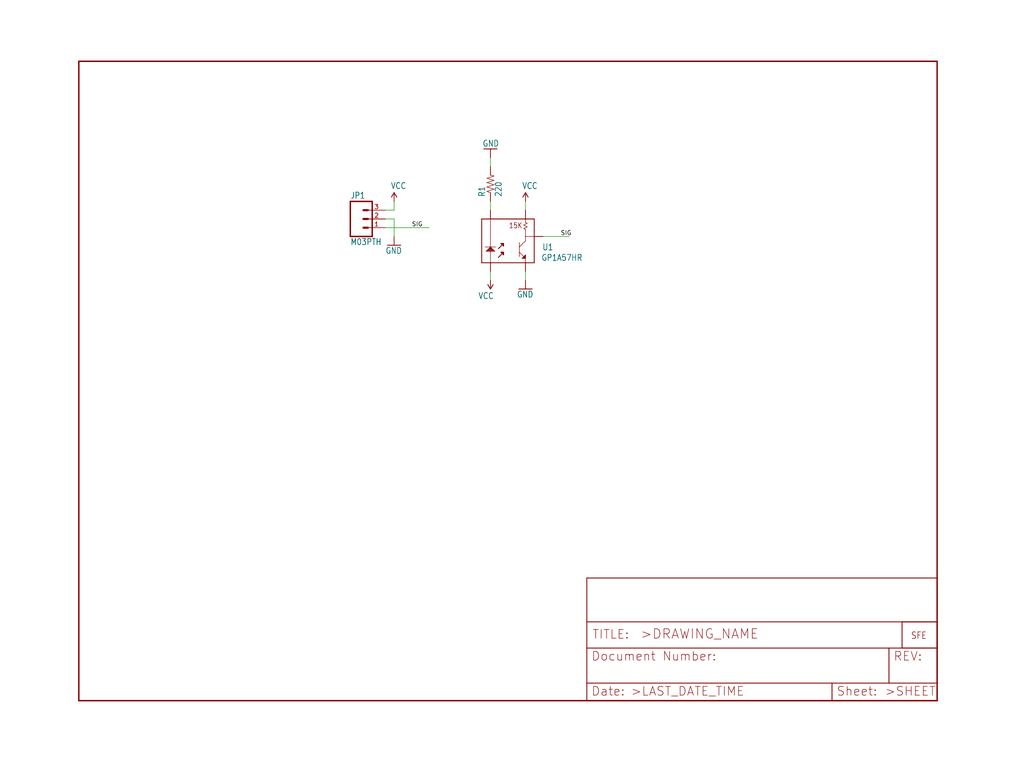
<source format=kicad_sch>
(kicad_sch (version 20211123) (generator eeschema)
  (paper "User" 297.002 223.926)
  (lib_symbols
    (symbol "eagleSchem-eagle-import:FRAME-LETTER"
      (symbol "FRAME-LETTER_1_0"
        (polyline (pts (xy 0 0) (xy 248.92 0)) (stroke (width 0.4064)))
        (polyline (pts (xy 0 185.42) (xy 0 0)) (stroke (width 0.4064)))
        (polyline (pts (xy 0 185.42) (xy 248.92 185.42)) (stroke (width 0.4064)))
        (polyline (pts (xy 248.92 185.42) (xy 248.92 0)) (stroke (width 0.4064)))
      )
      (symbol "FRAME-LETTER_2_0"
        (polyline (pts (xy 0 0) (xy 0 5.08)) (stroke (width 0.254)))
        (polyline (pts (xy 0 0) (xy 71.12 0)) (stroke (width 0.254)))
        (polyline (pts (xy 0 5.08) (xy 0 15.24)) (stroke (width 0.254)))
        (polyline (pts (xy 0 5.08) (xy 71.12 5.08)) (stroke (width 0.254)))
        (polyline (pts (xy 0 15.24) (xy 0 22.86)) (stroke (width 0.254)))
        (polyline (pts (xy 0 22.86) (xy 0 35.56)) (stroke (width 0.254)))
        (polyline (pts (xy 0 22.86) (xy 101.6 22.86)) (stroke (width 0.254)))
        (polyline (pts (xy 71.12 0) (xy 101.6 0)) (stroke (width 0.254)))
        (polyline (pts (xy 71.12 5.08) (xy 71.12 0)) (stroke (width 0.254)))
        (polyline (pts (xy 71.12 5.08) (xy 87.63 5.08)) (stroke (width 0.254)))
        (polyline (pts (xy 87.63 5.08) (xy 101.6 5.08)) (stroke (width 0.254)))
        (polyline (pts (xy 87.63 15.24) (xy 0 15.24)) (stroke (width 0.254)))
        (polyline (pts (xy 87.63 15.24) (xy 87.63 5.08)) (stroke (width 0.254)))
        (polyline (pts (xy 101.6 5.08) (xy 101.6 0)) (stroke (width 0.254)))
        (polyline (pts (xy 101.6 15.24) (xy 87.63 15.24)) (stroke (width 0.254)))
        (polyline (pts (xy 101.6 15.24) (xy 101.6 5.08)) (stroke (width 0.254)))
        (polyline (pts (xy 101.6 22.86) (xy 101.6 15.24)) (stroke (width 0.254)))
        (polyline (pts (xy 101.6 35.56) (xy 0 35.56)) (stroke (width 0.254)))
        (polyline (pts (xy 101.6 35.56) (xy 101.6 22.86)) (stroke (width 0.254)))
        (text ">DRAWING_NAME" (at 15.494 17.78 0) (effects (font (size 2.7432 2.7432)) (justify left bottom)))
        (text ">LAST_DATE_TIME" (at 12.7 1.27 0) (effects (font (size 2.54 2.54)) (justify left bottom)))
        (text ">SHEET" (at 86.36 1.27 0) (effects (font (size 2.54 2.54)) (justify left bottom)))
        (text "Date:" (at 1.27 1.27 0) (effects (font (size 2.54 2.54)) (justify left bottom)))
        (text "Document Number:" (at 1.27 11.43 0) (effects (font (size 2.54 2.54)) (justify left bottom)))
        (text "REV:" (at 88.9 11.43 0) (effects (font (size 2.54 2.54)) (justify left bottom)))
        (text "Sheet:" (at 72.39 1.27 0) (effects (font (size 2.54 2.54)) (justify left bottom)))
        (text "TITLE:" (at 1.524 17.78 0) (effects (font (size 2.54 2.54)) (justify left bottom)))
      )
    )
    (symbol "eagleSchem-eagle-import:GND" (power)
      (property "Value" "GND" (at -2.54 -2.54 0))
      (symbol "GND_1_0"
        (polyline (pts (xy -1.905 0) (xy 1.905 0)) (stroke (width 0.254)))
        (pin power_in line (at 0 2.54 270) (length 2.54) (name "GND") (number "1"))
      )
    )
    (symbol "eagleSchem-eagle-import:GP1A57HR"
      (property "Value" "GP1A57HR" (at 7.874 0 0))
      (symbol "GP1A57HR_1_0"
        (polyline (pts (xy -7.62 -2.54) (xy -7.62 10.16)) (stroke (width 0.254)))
        (polyline (pts (xy -7.62 10.16) (xy 5.08 10.16)) (stroke (width 0.254)))
        (polyline (pts (xy -6.096 0.889) (xy -4.064 0.889)) (stroke (width 0.1524)))
        (polyline (pts (xy -6.096 1.016) (xy -6.35 0.762)) (stroke (width 0.1524)))
        (polyline (pts (xy -5.842 1.27) (xy -6.096 1.016)) (stroke (width 0.1524)))
        (polyline (pts (xy -5.842 1.27) (xy -4.318 1.27)) (stroke (width 0.1524)))
        (polyline (pts (xy -5.588 1.397) (xy -4.572 1.397)) (stroke (width 0.1524)))
        (polyline (pts (xy -5.588 1.524) (xy -5.842 1.27)) (stroke (width 0.1524)))
        (polyline (pts (xy -5.334 1.778) (xy -5.588 1.524)) (stroke (width 0.1524)))
        (polyline (pts (xy -5.334 1.778) (xy -4.826 1.778)) (stroke (width 0.1524)))
        (polyline (pts (xy -5.207 1.905) (xy -5.334 1.778)) (stroke (width 0.1524)))
        (polyline (pts (xy -5.207 1.905) (xy -4.953 1.905)) (stroke (width 0.1524)))
        (polyline (pts (xy -5.08 -2.54) (xy -7.62 -2.54)) (stroke (width 0.254)))
        (polyline (pts (xy -5.08 -2.54) (xy -5.08 0.762)) (stroke (width 0.1524)))
        (polyline (pts (xy -5.08 0.762) (xy -6.35 0.762)) (stroke (width 0.1524)))
        (polyline (pts (xy -5.08 2.032) (xy -6.604 2.032)) (stroke (width 0.1524)))
        (polyline (pts (xy -5.08 2.032) (xy -5.207 1.905)) (stroke (width 0.1524)))
        (polyline (pts (xy -5.08 2.032) (xy -5.08 10.16)) (stroke (width 0.1524)))
        (polyline (pts (xy -4.953 1.905) (xy -5.08 2.032)) (stroke (width 0.1524)))
        (polyline (pts (xy -4.826 1.651) (xy -5.334 1.651)) (stroke (width 0.1524)))
        (polyline (pts (xy -4.826 1.778) (xy -4.953 1.905)) (stroke (width 0.1524)))
        (polyline (pts (xy -4.572 1.524) (xy -5.588 1.524)) (stroke (width 0.1524)))
        (polyline (pts (xy -4.572 1.524) (xy -4.826 1.778)) (stroke (width 0.1524)))
        (polyline (pts (xy -4.318 1.143) (xy -5.842 1.143)) (stroke (width 0.1524)))
        (polyline (pts (xy -4.318 1.27) (xy -4.572 1.524)) (stroke (width 0.1524)))
        (polyline (pts (xy -4.064 1.016) (xy -6.096 1.016)) (stroke (width 0.1524)))
        (polyline (pts (xy -4.064 1.016) (xy -4.318 1.27)) (stroke (width 0.1524)))
        (polyline (pts (xy -3.81 0.762) (xy -5.08 0.762)) (stroke (width 0.1524)))
        (polyline (pts (xy -3.81 0.762) (xy -4.064 1.016)) (stroke (width 0.1524)))
        (polyline (pts (xy -3.556 2.032) (xy -5.08 2.032)) (stroke (width 0.1524)))
        (polyline (pts (xy -2.794 -1.016) (xy -1.778 0)) (stroke (width 0.254)))
        (polyline (pts (xy -2.794 1.524) (xy -1.778 2.54)) (stroke (width 0.254)))
        (polyline (pts (xy -2.032 0.508) (xy -1.27 -0.254)) (stroke (width 0.254)))
        (polyline (pts (xy -2.032 3.048) (xy -1.27 2.286)) (stroke (width 0.254)))
        (polyline (pts (xy -1.778 0.508) (xy -2.032 0.508)) (stroke (width 0.254)))
        (polyline (pts (xy -1.778 0.508) (xy -1.27 0)) (stroke (width 0.254)))
        (polyline (pts (xy -1.778 3.048) (xy -2.032 3.048)) (stroke (width 0.254)))
        (polyline (pts (xy -1.778 3.048) (xy -1.27 2.54)) (stroke (width 0.254)))
        (polyline (pts (xy -1.524 0.508) (xy -1.778 0.508)) (stroke (width 0.254)))
        (polyline (pts (xy -1.524 0.508) (xy -1.27 0.254)) (stroke (width 0.254)))
        (polyline (pts (xy -1.524 3.048) (xy -1.778 3.048)) (stroke (width 0.254)))
        (polyline (pts (xy -1.524 3.048) (xy -1.27 2.794)) (stroke (width 0.254)))
        (polyline (pts (xy -1.27 -0.254) (xy -1.27 0)) (stroke (width 0.254)))
        (polyline (pts (xy -1.27 0) (xy -1.27 0.254)) (stroke (width 0.254)))
        (polyline (pts (xy -1.27 0.254) (xy -1.27 0.508)) (stroke (width 0.254)))
        (polyline (pts (xy -1.27 0.508) (xy -1.524 0.508)) (stroke (width 0.254)))
        (polyline (pts (xy -1.27 2.286) (xy -1.27 2.54)) (stroke (width 0.254)))
        (polyline (pts (xy -1.27 2.54) (xy -1.27 2.794)) (stroke (width 0.254)))
        (polyline (pts (xy -1.27 2.794) (xy -1.27 3.048)) (stroke (width 0.254)))
        (polyline (pts (xy -1.27 3.048) (xy -1.524 3.048)) (stroke (width 0.254)))
        (polyline (pts (xy 3.302 0.508) (xy 3.302 -0.762)) (stroke (width 0.1524)))
        (polyline (pts (xy 3.302 0.508) (xy 4.572 -0.762)) (stroke (width 0.1524)))
        (polyline (pts (xy 3.302 2.032) (xy 3.302 0.508)) (stroke (width 0.1524)))
        (polyline (pts (xy 3.302 2.032) (xy 5.08 3.81)) (stroke (width 0.1524)))
        (polyline (pts (xy 3.302 3.302) (xy 3.302 2.032)) (stroke (width 0.1524)))
        (polyline (pts (xy 4.064 -1.27) (xy 4.191 -1.27)) (stroke (width 0.1524)))
        (polyline (pts (xy 4.191 -1.27) (xy 4.318 -1.27)) (stroke (width 0.1524)))
        (polyline (pts (xy 4.318 -1.27) (xy 4.445 -1.27)) (stroke (width 0.1524)))
        (polyline (pts (xy 4.445 -1.27) (xy 4.572 -1.27)) (stroke (width 0.1524)))
        (polyline (pts (xy 4.572 -1.27) (xy 4.699 -1.27)) (stroke (width 0.1524)))
        (polyline (pts (xy 4.572 7.366) (xy 5.08 7.112)) (stroke (width 0.1524)))
        (polyline (pts (xy 4.572 8.382) (xy 5.588 7.874)) (stroke (width 0.1524)))
        (polyline (pts (xy 4.699 -1.27) (xy 4.826 -1.27)) (stroke (width 0.1524)))
        (polyline (pts (xy 4.826 -1.27) (xy 5.08 -1.27)) (stroke (width 0.1524)))
        (polyline (pts (xy 4.953 -1.143) (xy 4.826 -1.27)) (stroke (width 0.1524)))
        (polyline (pts (xy 4.953 -1.016) (xy 4.826 -1.143)) (stroke (width 0.1524)))
        (polyline (pts (xy 4.953 -0.889) (xy 4.699 -1.143)) (stroke (width 0.1524)))
        (polyline (pts (xy 4.953 -0.762) (xy 4.572 -1.143)) (stroke (width 0.1524)))
        (polyline (pts (xy 4.953 -0.635) (xy 4.445 -1.143)) (stroke (width 0.1524)))
        (polyline (pts (xy 4.953 -0.508) (xy 4.318 -1.143)) (stroke (width 0.1524)))
        (polyline (pts (xy 5.08 -2.54) (xy -5.08 -2.54)) (stroke (width 0.254)))
        (polyline (pts (xy 5.08 -2.54) (xy 5.08 -1.27)) (stroke (width 0.1524)))
        (polyline (pts (xy 5.08 -1.27) (xy 5.08 -1.016)) (stroke (width 0.1524)))
        (polyline (pts (xy 5.08 -1.016) (xy 4.826 -1.27)) (stroke (width 0.1524)))
        (polyline (pts (xy 5.08 -1.016) (xy 5.08 -0.889)) (stroke (width 0.1524)))
        (polyline (pts (xy 5.08 -0.889) (xy 4.699 -1.27)) (stroke (width 0.1524)))
        (polyline (pts (xy 5.08 -0.889) (xy 5.08 -0.762)) (stroke (width 0.1524)))
        (polyline (pts (xy 5.08 -0.762) (xy 4.572 -1.27)) (stroke (width 0.1524)))
        (polyline (pts (xy 5.08 -0.762) (xy 5.08 -0.635)) (stroke (width 0.1524)))
        (polyline (pts (xy 5.08 -0.635) (xy 4.445 -1.27)) (stroke (width 0.1524)))
        (polyline (pts (xy 5.08 -0.635) (xy 5.08 -0.508)) (stroke (width 0.1524)))
        (polyline (pts (xy 5.08 -0.508) (xy 4.318 -1.27)) (stroke (width 0.1524)))
        (polyline (pts (xy 5.08 -0.508) (xy 5.08 -0.381)) (stroke (width 0.1524)))
        (polyline (pts (xy 5.08 -0.381) (xy 4.191 -1.27)) (stroke (width 0.1524)))
        (polyline (pts (xy 5.08 -0.381) (xy 5.08 -0.254)) (stroke (width 0.1524)))
        (polyline (pts (xy 5.08 -0.254) (xy 4.064 -1.27)) (stroke (width 0.1524)))
        (polyline (pts (xy 5.08 5.08) (xy 5.08 3.81)) (stroke (width 0.1524)))
        (polyline (pts (xy 5.08 5.08) (xy 7.62 5.08)) (stroke (width 0.1524)))
        (polyline (pts (xy 5.08 7.112) (xy 5.08 5.08)) (stroke (width 0.1524)))
        (polyline (pts (xy 5.08 9.144) (xy 5.588 8.89)) (stroke (width 0.1524)))
        (polyline (pts (xy 5.08 10.16) (xy 5.08 9.144)) (stroke (width 0.1524)))
        (polyline (pts (xy 5.08 10.16) (xy 7.62 10.16)) (stroke (width 0.254)))
        (polyline (pts (xy 5.588 7.874) (xy 4.572 7.366)) (stroke (width 0.1524)))
        (polyline (pts (xy 5.588 8.89) (xy 4.572 8.382)) (stroke (width 0.1524)))
        (polyline (pts (xy 7.62 -2.54) (xy 5.08 -2.54)) (stroke (width 0.254)))
        (polyline (pts (xy 7.62 5.08) (xy 7.62 -2.54)) (stroke (width 0.254)))
        (polyline (pts (xy 7.62 10.16) (xy 7.62 5.08)) (stroke (width 0.254)))
        (text "15K" (at 0.254 7.366 0) (effects (font (size 1.524 1.2954)) (justify left bottom)))
        (pin bidirectional line (at -5.08 -5.08 90) (length 2.54) (name "1") (number "1"))
        (pin bidirectional line (at -5.08 12.7 270) (length 2.54) (name "2") (number "2"))
        (pin bidirectional line (at 5.08 12.7 270) (length 2.54) (name "3") (number "3"))
        (pin bidirectional line (at 10.16 5.08 180) (length 2.54) (name "4") (number "4"))
        (pin bidirectional line (at 5.08 -5.08 90) (length 2.54) (name "5") (number "5"))
      )
    )
    (symbol "eagleSchem-eagle-import:LOGO-SFESK"
      (symbol "LOGO-SFESK_1_0"
        (polyline (pts (xy -2.54 -2.54) (xy 7.62 -2.54)) (stroke (width 0.254)))
        (polyline (pts (xy -2.54 5.08) (xy -2.54 -2.54)) (stroke (width 0.254)))
        (polyline (pts (xy 7.62 -2.54) (xy 7.62 5.08)) (stroke (width 0.254)))
        (polyline (pts (xy 7.62 5.08) (xy -2.54 5.08)) (stroke (width 0.254)))
        (text "SFE" (at 0 0 0) (effects (font (size 1.9304 1.6408)) (justify left bottom)))
      )
    )
    (symbol "eagleSchem-eagle-import:M03PTH"
      (property "Reference" "JP" (at -2.54 5.842 0))
      (property "Value" "M03PTH" (at -2.54 -7.62 0))
      (symbol "M03PTH_1_0"
        (polyline (pts (xy -2.54 5.08) (xy -2.54 -5.08)) (stroke (width 0.4064)))
        (polyline (pts (xy -2.54 5.08) (xy 3.81 5.08)) (stroke (width 0.4064)))
        (polyline (pts (xy 1.27 -2.54) (xy 2.54 -2.54)) (stroke (width 0.6096)))
        (polyline (pts (xy 1.27 0) (xy 2.54 0)) (stroke (width 0.6096)))
        (polyline (pts (xy 1.27 2.54) (xy 2.54 2.54)) (stroke (width 0.6096)))
        (polyline (pts (xy 3.81 -5.08) (xy -2.54 -5.08)) (stroke (width 0.4064)))
        (polyline (pts (xy 3.81 -5.08) (xy 3.81 5.08)) (stroke (width 0.4064)))
        (pin passive line (at 7.62 -2.54 180) (length 5.08) (name "1") (number "1"))
        (pin passive line (at 7.62 0 180) (length 5.08) (name "2") (number "2"))
        (pin passive line (at 7.62 2.54 180) (length 5.08) (name "3") (number "3"))
      )
    )
    (symbol "eagleSchem-eagle-import:RESISTORPTH1"
      (property "Reference" "R" (at -3.81 1.4986 0))
      (property "Value" "RESISTORPTH1" (at -3.81 -3.302 0))
      (symbol "RESISTORPTH1_1_0"
        (polyline (pts (xy -2.54 0) (xy -2.159 1.016)) (stroke (width 0.1524)))
        (polyline (pts (xy -2.159 1.016) (xy -1.524 -1.016)) (stroke (width 0.1524)))
        (polyline (pts (xy -1.524 -1.016) (xy -0.889 1.016)) (stroke (width 0.1524)))
        (polyline (pts (xy -0.889 1.016) (xy -0.254 -1.016)) (stroke (width 0.1524)))
        (polyline (pts (xy -0.254 -1.016) (xy 0.381 1.016)) (stroke (width 0.1524)))
        (polyline (pts (xy 0.381 1.016) (xy 1.016 -1.016)) (stroke (width 0.1524)))
        (polyline (pts (xy 1.016 -1.016) (xy 1.651 1.016)) (stroke (width 0.1524)))
        (polyline (pts (xy 1.651 1.016) (xy 2.286 -1.016)) (stroke (width 0.1524)))
        (polyline (pts (xy 2.286 -1.016) (xy 2.54 0)) (stroke (width 0.1524)))
        (pin passive line (at -5.08 0 0) (length 2.54) (name "1") (number "P$1"))
        (pin passive line (at 5.08 0 180) (length 2.54) (name "2") (number "P$2"))
      )
    )
    (symbol "eagleSchem-eagle-import:VCC" (power)
      (property "Value" "VCC" (at -1.016 3.556 0))
      (symbol "VCC_1_0"
        (polyline (pts (xy 0 2.54) (xy -0.762 1.27)) (stroke (width 0.254)))
        (polyline (pts (xy 0.762 1.27) (xy 0 2.54)) (stroke (width 0.254)))
        (pin power_in line (at 0 0 90) (length 2.54) (name "VCC") (number "1"))
      )
    )
  )
  (wire (pts (xy 142.24 58.42) (xy 142.24 60.96)))
  (wire (pts (xy 111.76 66.04) (xy 124.46 66.04)))
  (wire (pts (xy 142.24 45.72) (xy 142.24 48.26)))
  (wire (pts (xy 114.3 60.96) (xy 114.3 58.42)))
  (wire (pts (xy 152.4 81.28) (xy 152.4 78.74)))
  (wire (pts (xy 114.3 63.5) (xy 114.3 68.58)))
  (wire (pts (xy 111.76 63.5) (xy 114.3 63.5)))
  (wire (pts (xy 152.4 58.42) (xy 152.4 60.96)))
  (wire (pts (xy 157.48 68.58) (xy 165.1 68.58)))
  (wire (pts (xy 111.76 60.96) (xy 114.3 60.96)))
  (wire (pts (xy 142.24 81.28) (xy 142.24 78.74)))
  (label "SIG" (at 162.56 68.58 0) (effects (font (size 1.2446 1.2446))))
  (label "SIG" (at 119.38 66.04 0) (effects (font (size 1.2446 1.2446))))
  (symbol (lib_id "eagleSchem-eagle-import:LOGO-SFESK") (at 264.16 185.42 0) (unit 1)
    (property "Reference" "U2" (effects hide))
    (property "Value" "LOGO-SFESK" (effects hide))
    (property "Footprint" "eagleSchem:SFE-LOGO-FLAME" (effects hide))
  )
  (symbol (lib_id "eagleSchem-eagle-import:RESISTORPTH1") (at 142.24 53.34 90) (unit 1)
    (property "Reference" "R1" (at 140.7414 57.15 0) (effects (font (size 1.778 1.5113)) (justify left bottom)))
    (property "Value" "220" (at 145.542 57.15 0) (effects (font (size 1.778 1.5113)) (justify left bottom)))
    (property "Footprint" "eagleSchem:AXIAL-0.3" (effects hide))
  )
  (symbol (lib_id "eagleSchem-eagle-import:GND") (at 142.24 43.18 180) (unit 1)
    (property "Reference" "#GND1" (effects hide))
    (property "Value" "GND" (at 144.78 40.64 0) (effects (font (size 1.778 1.5113)) (justify left bottom)))
    (property "Footprint" "eagleSchem:" (effects hide))
  )
  (symbol (lib_id "eagleSchem-eagle-import:GND") (at 114.3 71.12 0) (unit 1)
    (property "Reference" "#GND3" (effects hide))
    (property "Value" "GND" (at 111.76 73.66 0) (effects (font (size 1.778 1.5113)) (justify left bottom)))
    (property "Footprint" "eagleSchem:" (effects hide))
  )
  (symbol (lib_id "eagleSchem-eagle-import:GND") (at 152.4 83.82 0) (unit 1)
    (property "Reference" "#GND2" (effects hide))
    (property "Value" "GND" (at 149.86 86.36 0) (effects (font (size 1.778 1.5113)) (justify left bottom)))
    (property "Footprint" "eagleSchem:" (effects hide))
  )
  (symbol (lib_id "eagleSchem-eagle-import:GP1A57HR") (at 147.32 73.66 0) (unit 1)
    (property "Reference" "U1" (at 157.226 72.644 0) (effects (font (size 1.778 1.5113)) (justify left bottom)))
    (property "Value" "GP1A57HR" (at 156.972 75.692 0) (effects (font (size 1.778 1.5113)) (justify left bottom)))
    (property "Footprint" "eagleSchem:GP1A57HR" (effects hide))
  )
  (symbol (lib_id "eagleSchem-eagle-import:M03PTH") (at 104.14 63.5 0) (unit 1)
    (property "Reference" "JP1" (at 101.6 57.658 0) (effects (font (size 1.778 1.5113)) (justify left bottom)))
    (property "Value" "M03PTH" (at 101.6 71.12 0) (effects (font (size 1.778 1.5113)) (justify left bottom)))
    (property "Footprint" "eagleSchem:1X03" (effects hide))
  )
  (symbol (lib_id "eagleSchem-eagle-import:VCC") (at 114.3 58.42 0) (unit 1)
    (property "Reference" "#P+3" (effects hide))
    (property "Value" "VCC" (at 113.284 54.864 0) (effects (font (size 1.778 1.5113)) (justify left bottom)))
    (property "Footprint" "eagleSchem:" (effects hide))
  )
  (symbol (lib_id "eagleSchem-eagle-import:FRAME-LETTER") (at 22.86 203.2 0) (unit 1)
    (property "Reference" "#FRAME1" (effects hide))
    (property "Value" "FRAME-LETTER" (effects hide))
    (property "Footprint" "eagleSchem:" (effects hide))
  )
  (symbol (lib_id "eagleSchem-eagle-import:FRAME-LETTER") (at 170.18 203.2 0) (unit 2)
    (property "Reference" "#FRAME1" (effects hide))
    (property "Value" "FRAME-LETTER" (effects hide))
    (property "Footprint" "eagleSchem:" (effects hide))
  )
  (symbol (lib_id "eagleSchem-eagle-import:VCC") (at 152.4 58.42 0) (unit 1)
    (property "Reference" "#P+2" (effects hide))
    (property "Value" "VCC" (at 151.384 54.864 0) (effects (font (size 1.778 1.5113)) (justify left bottom)))
    (property "Footprint" "eagleSchem:" (effects hide))
  )
  (symbol (lib_id "eagleSchem-eagle-import:VCC") (at 142.24 81.28 180) (unit 1)
    (property "Reference" "#P+1" (effects hide))
    (property "Value" "VCC" (at 143.256 84.836 0) (effects (font (size 1.778 1.5113)) (justify left bottom)))
    (property "Footprint" "eagleSchem:" (effects hide))
  )
)
</source>
